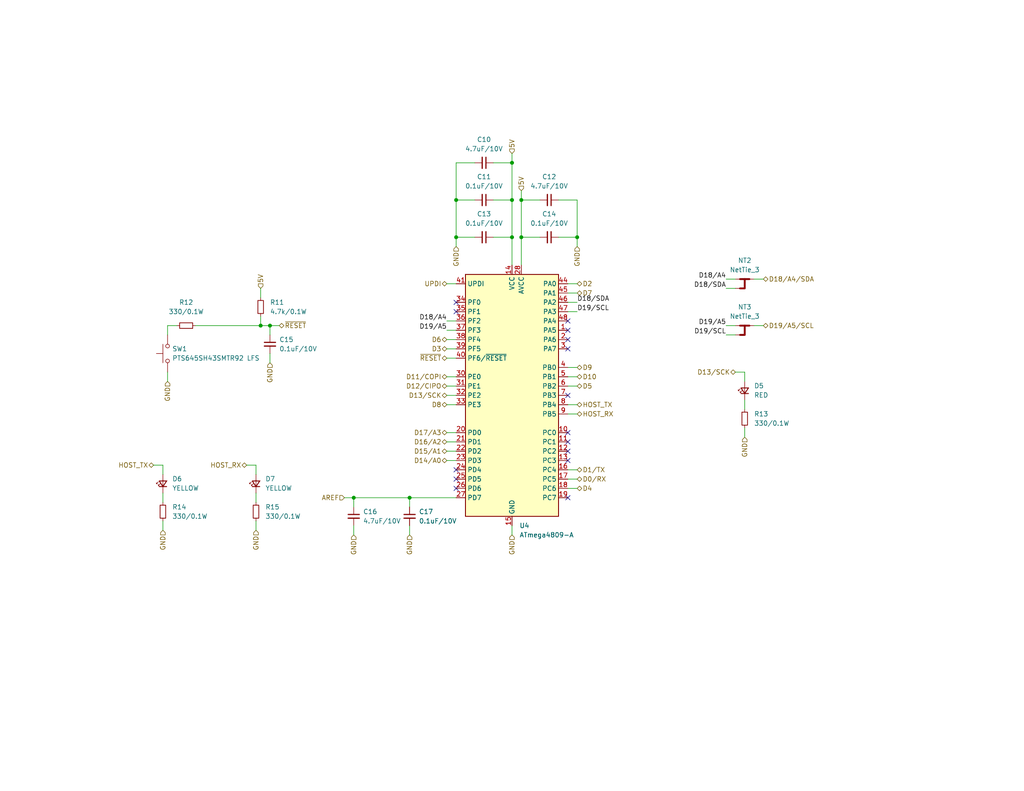
<source format=kicad_sch>
(kicad_sch (version 20211123) (generator eeschema)
  (paper "A")
  (title_block (title "https://github.com/apcountryman/pcb-main-nautilus-atmega4809") (rev "GIT_VERSION") (comment 1 "Derivative of the \"Arduino UNO Rev3\" (https://docs.arduino.cc/hardware/uno-rev3) and\\n\"Arduino Nano Every\" (https://docs.arduino.cc/hardware/nano-every) reference designs"))
  (lib_symbols
    (symbol "Device:C_Small" (pin_numbers hide) (pin_names (offset 0.254) hide)
      (property "Reference" "C" (at 0.254 1.778 0))
      (property "Value" "C_Small" (at 0.254 -2.032 0))
      (symbol "C_Small_0_1"
        (polyline (pts (xy -1.524 -0.508) (xy 1.524 -0.508)) (stroke (width 0.3302)))
        (polyline (pts (xy -1.524 0.508) (xy 1.524 0.508)) (stroke (width 0.3048)))
      )
      (symbol "C_Small_1_1"
        (pin passive line (at 0 2.54 270) (length 2.032) (name "~") (number "1"))
        (pin passive line (at 0 -2.54 90) (length 2.032) (name "~") (number "2"))
      )
    )
    (symbol "Device:LED_Small" (pin_numbers hide) (pin_names (offset 0.254) hide)
      (property "Reference" "D" (at -1.27 3.175 0))
      (property "Value" "LED_Small" (at -4.445 -2.54 0))
      (symbol "LED_Small_0_1"
        (polyline (pts (xy -0.762 -1.016) (xy -0.762 1.016)) (stroke (width 0.254)))
        (polyline (pts (xy 1.016 0) (xy -0.762 0)))
        (polyline (pts (xy 0.762 -1.016) (xy -0.762 0) (xy 0.762 1.016) (xy 0.762 -1.016)) (stroke (width 0.254)))
        (polyline (pts (xy 0 0.762) (xy -0.508 1.27) (xy -0.254 1.27) (xy -0.508 1.27) (xy -0.508 1.016)))
        (polyline (pts (xy 0.508 1.27) (xy 0 1.778) (xy 0.254 1.778) (xy 0 1.778) (xy 0 1.524)))
      )
      (symbol "LED_Small_1_1"
        (pin passive line (at -2.54 0 0) (length 1.778) (name "K") (number "1"))
        (pin passive line (at 2.54 0 180) (length 1.778) (name "A") (number "2"))
      )
    )
    (symbol "Device:NetTie_3" (pin_numbers hide) (pin_names (offset 0) hide)
      (property "Reference" "NT" (at 0 1.27 0))
      (property "Value" "NetTie_3" (at 0 -3.81 0))
      (symbol "NetTie_3_0_1"
        (polyline (pts (xy -1.27 0) (xy 1.27 0)) (stroke (width 0.508)))
        (polyline (pts (xy 0 0) (xy 0 -2.54) (xy -1.27 -2.54)) (stroke (width 0.508)))
      )
      (symbol "NetTie_3_1_1"
        (pin passive line (at -2.54 0 0) (length 2.54) (name "1") (number "1"))
        (pin passive line (at 2.54 0 180) (length 2.54) (name "2") (number "2"))
        (pin passive line (at -2.54 -2.54 0) (length 2.54) (name "3") (number "3"))
      )
    )
    (symbol "Device:R_Small" (pin_numbers hide) (pin_names (offset 0.254) hide)
      (property "Reference" "R" (at 0.762 0.508 0))
      (property "Value" "R_Small" (at 0.762 -1.016 0))
      (symbol "R_Small_0_1"
        (rectangle (start -0.762 1.778) (end 0.762 -1.778) (stroke (width 0.2032)))
      )
      (symbol "R_Small_1_1"
        (pin passive line (at 0 2.54 270) (length 0.762) (name "~") (number "1"))
        (pin passive line (at 0 -2.54 90) (length 0.762) (name "~") (number "2"))
      )
    )
    (symbol "MCU_Microchip_ATmega:ATmega4809-A"
      (property "Reference" "U" (at -12.7 34.29 0))
      (property "Value" "ATmega4809-A" (at 2.54 -34.29 0))
      (symbol "ATmega4809-A_0_1"
        (rectangle (start -12.7 -33.02) (end 12.7 33.02) (stroke (width 0.254)) (fill (type background)))
      )
      (symbol "ATmega4809-A_1_1"
        (pin bidirectional line (at 15.24 17.78 180) (length 2.54) (name "PA5") (number "1"))
        (pin bidirectional line (at 15.24 -10.16 180) (length 2.54) (name "PC0") (number "10"))
        (pin bidirectional line (at 15.24 -12.7 180) (length 2.54) (name "PC1") (number "11"))
        (pin bidirectional line (at 15.24 -15.24 180) (length 2.54) (name "PC2") (number "12"))
        (pin bidirectional line (at 15.24 -17.78 180) (length 2.54) (name "PC3") (number "13"))
        (pin power_in line (at 0 35.56 270) (length 2.54) (name "VCC") (number "14"))
        (pin power_in line (at 0 -35.56 90) (length 2.54) (name "GND") (number "15"))
        (pin bidirectional line (at 15.24 -20.32 180) (length 2.54) (name "PC4") (number "16"))
        (pin bidirectional line (at 15.24 -22.86 180) (length 2.54) (name "PC5") (number "17"))
        (pin bidirectional line (at 15.24 -25.4 180) (length 2.54) (name "PC6") (number "18"))
        (pin bidirectional line (at 15.24 -27.94 180) (length 2.54) (name "PC7") (number "19"))
        (pin bidirectional line (at 15.24 15.24 180) (length 2.54) (name "PA6") (number "2"))
        (pin bidirectional line (at -15.24 -10.16 0) (length 2.54) (name "PD0") (number "20"))
        (pin bidirectional line (at -15.24 -12.7 0) (length 2.54) (name "PD1") (number "21"))
        (pin bidirectional line (at -15.24 -15.24 0) (length 2.54) (name "PD2") (number "22"))
        (pin bidirectional line (at -15.24 -17.78 0) (length 2.54) (name "PD3") (number "23"))
        (pin bidirectional line (at -15.24 -20.32 0) (length 2.54) (name "PD4") (number "24"))
        (pin bidirectional line (at -15.24 -22.86 0) (length 2.54) (name "PD5") (number "25"))
        (pin bidirectional line (at -15.24 -25.4 0) (length 2.54) (name "PD6") (number "26"))
        (pin bidirectional line (at -15.24 -27.94 0) (length 2.54) (name "PD7") (number "27"))
        (pin power_in line (at 2.54 35.56 270) (length 2.54) (name "AVCC") (number "28"))
        (pin passive line (at 0 -35.56 90) (length 2.54) hide (name "GND") (number "29"))
        (pin bidirectional line (at 15.24 12.7 180) (length 2.54) (name "PA7") (number "3"))
        (pin bidirectional line (at -15.24 5.08 0) (length 2.54) (name "PE0") (number "30"))
        (pin bidirectional line (at -15.24 2.54 0) (length 2.54) (name "PE1") (number "31"))
        (pin bidirectional line (at -15.24 0 0) (length 2.54) (name "PE2") (number "32"))
        (pin bidirectional line (at -15.24 -2.54 0) (length 2.54) (name "PE3") (number "33"))
        (pin bidirectional line (at -15.24 25.4 0) (length 2.54) (name "PF0") (number "34"))
        (pin bidirectional line (at -15.24 22.86 0) (length 2.54) (name "PF1") (number "35"))
        (pin bidirectional line (at -15.24 20.32 0) (length 2.54) (name "PF2") (number "36"))
        (pin bidirectional line (at -15.24 17.78 0) (length 2.54) (name "PF3") (number "37"))
        (pin bidirectional line (at -15.24 15.24 0) (length 2.54) (name "PF4") (number "38"))
        (pin bidirectional line (at -15.24 12.7 0) (length 2.54) (name "PF5") (number "39"))
        (pin bidirectional line (at 15.24 7.62 180) (length 2.54) (name "PB0") (number "4"))
        (pin bidirectional line (at -15.24 10.16 0) (length 2.54) (name "PF6/~{RESET}") (number "40"))
        (pin bidirectional line (at -15.24 30.48 0) (length 2.54) (name "UPDI") (number "41"))
        (pin passive line (at 0 35.56 270) (length 2.54) hide (name "VCC") (number "42"))
        (pin passive line (at 0 -35.56 90) (length 2.54) hide (name "GND") (number "43"))
        (pin bidirectional line (at 15.24 30.48 180) (length 2.54) (name "PA0") (number "44"))
        (pin bidirectional line (at 15.24 27.94 180) (length 2.54) (name "PA1") (number "45"))
        (pin bidirectional line (at 15.24 25.4 180) (length 2.54) (name "PA2") (number "46"))
        (pin bidirectional line (at 15.24 22.86 180) (length 2.54) (name "PA3") (number "47"))
        (pin bidirectional line (at 15.24 20.32 180) (length 2.54) (name "PA4") (number "48"))
        (pin bidirectional line (at 15.24 5.08 180) (length 2.54) (name "PB1") (number "5"))
        (pin bidirectional line (at 15.24 2.54 180) (length 2.54) (name "PB2") (number "6"))
        (pin bidirectional line (at 15.24 0 180) (length 2.54) (name "PB3") (number "7"))
        (pin bidirectional line (at 15.24 -2.54 180) (length 2.54) (name "PB4") (number "8"))
        (pin bidirectional line (at 15.24 -5.08 180) (length 2.54) (name "PB5") (number "9"))
      )
    )
    (symbol "Switch:SW_Push" (pin_numbers hide) (pin_names (offset 1.016) hide)
      (property "Reference" "SW" (at 1.27 2.54 0))
      (property "Value" "SW_Push" (at 0 -1.524 0))
      (symbol "SW_Push_0_1"
        (circle (center -2.032 0) (radius 0.508))
        (polyline (pts (xy 0 1.27) (xy 0 3.048)))
        (polyline (pts (xy 2.54 1.27) (xy -2.54 1.27)))
        (circle (center 2.032 0) (radius 0.508))
        (pin passive line (at -5.08 0 0) (length 2.54) (name "1") (number "1"))
        (pin passive line (at 5.08 0 180) (length 2.54) (name "2") (number "2"))
      )
    )
  )
  (junction (at 124.46 54.61))
  (junction (at 142.24 64.77))
  (junction (at 73.66 88.9))
  (junction (at 71.12 88.9))
  (junction (at 139.7 64.77))
  (junction (at 142.24 54.61))
  (junction (at 157.48 64.77))
  (junction (at 139.7 54.61))
  (junction (at 124.46 64.77))
  (junction (at 139.7 44.45))
  (junction (at 96.52 135.89))
  (junction (at 111.76 135.89))
  (no_connect (at 154.94 87.63))
  (no_connect (at 154.94 90.17))
  (no_connect (at 154.94 92.71))
  (no_connect (at 154.94 95.25))
  (no_connect (at 124.46 82.55))
  (no_connect (at 124.46 85.09))
  (no_connect (at 154.94 107.95))
  (no_connect (at 154.94 118.11))
  (no_connect (at 154.94 120.65))
  (no_connect (at 154.94 123.19))
  (no_connect (at 154.94 125.73))
  (no_connect (at 154.94 135.89))
  (no_connect (at 124.46 133.35))
  (no_connect (at 124.46 128.27))
  (no_connect (at 124.46 130.81))
  (wire (pts (xy 121.92 110.49) (xy 124.46 110.49)))
  (wire (pts (xy 154.94 80.01) (xy 157.48 80.01)))
  (wire (pts (xy 154.94 77.47) (xy 157.48 77.47)))
  (wire (pts (xy 53.34 88.9) (xy 71.12 88.9)))
  (wire (pts (xy 121.92 90.17) (xy 124.46 90.17)))
  (wire (pts (xy 152.4 54.61) (xy 157.48 54.61)))
  (wire (pts (xy 48.26 88.9) (xy 45.72 88.9)))
  (wire (pts (xy 121.92 95.25) (xy 124.46 95.25)))
  (wire (pts (xy 93.98 135.89) (xy 96.52 135.89)))
  (wire (pts (xy 71.12 86.36) (xy 71.12 88.9)))
  (wire (pts (xy 152.4 64.77) (xy 157.48 64.77)))
  (wire (pts (xy 44.45 142.24) (xy 44.45 144.78)))
  (wire (pts (xy 142.24 54.61) (xy 142.24 64.77)))
  (wire (pts (xy 147.32 64.77) (xy 142.24 64.77)))
  (wire (pts (xy 154.94 102.87) (xy 157.48 102.87)))
  (wire (pts (xy 73.66 96.52) (xy 73.66 99.06)))
  (wire (pts (xy 154.94 133.35) (xy 157.48 133.35)))
  (wire (pts (xy 71.12 88.9) (xy 73.66 88.9)))
  (wire (pts (xy 198.12 78.74) (xy 200.66 78.74)))
  (wire (pts (xy 121.92 87.63) (xy 124.46 87.63)))
  (wire (pts (xy 73.66 88.9) (xy 73.66 91.44)))
  (wire (pts (xy 198.12 76.2) (xy 200.66 76.2)))
  (wire (pts (xy 111.76 135.89) (xy 111.76 138.43)))
  (wire (pts (xy 121.92 92.71) (xy 124.46 92.71)))
  (wire (pts (xy 205.74 76.2) (xy 208.28 76.2)))
  (wire (pts (xy 205.74 88.9) (xy 208.28 88.9)))
  (wire (pts (xy 147.32 54.61) (xy 142.24 54.61)))
  (wire (pts (xy 154.94 128.27) (xy 157.48 128.27)))
  (wire (pts (xy 154.94 100.33) (xy 157.48 100.33)))
  (wire (pts (xy 198.12 88.9) (xy 200.66 88.9)))
  (wire (pts (xy 124.46 44.45) (xy 124.46 54.61)))
  (wire (pts (xy 45.72 101.6) (xy 45.72 104.14)))
  (wire (pts (xy 139.7 64.77) (xy 139.7 72.39)))
  (wire (pts (xy 121.92 107.95) (xy 124.46 107.95)))
  (wire (pts (xy 96.52 138.43) (xy 96.52 135.89)))
  (wire (pts (xy 124.46 54.61) (xy 124.46 64.77)))
  (wire (pts (xy 129.54 44.45) (xy 124.46 44.45)))
  (wire (pts (xy 41.91 127) (xy 44.45 127)))
  (wire (pts (xy 121.92 105.41) (xy 124.46 105.41)))
  (wire (pts (xy 111.76 143.51) (xy 111.76 146.05)))
  (wire (pts (xy 154.94 105.41) (xy 157.48 105.41)))
  (wire (pts (xy 139.7 54.61) (xy 139.7 64.77)))
  (wire (pts (xy 71.12 78.74) (xy 71.12 81.28)))
  (wire (pts (xy 121.92 118.11) (xy 124.46 118.11)))
  (wire (pts (xy 69.85 134.62) (xy 69.85 137.16)))
  (wire (pts (xy 121.92 97.79) (xy 124.46 97.79)))
  (wire (pts (xy 154.94 110.49) (xy 157.48 110.49)))
  (wire (pts (xy 124.46 135.89) (xy 111.76 135.89)))
  (wire (pts (xy 44.45 127) (xy 44.45 129.54)))
  (wire (pts (xy 124.46 54.61) (xy 129.54 54.61)))
  (wire (pts (xy 134.62 54.61) (xy 139.7 54.61)))
  (wire (pts (xy 154.94 85.09) (xy 157.48 85.09)))
  (wire (pts (xy 45.72 88.9) (xy 45.72 91.44)))
  (wire (pts (xy 121.92 102.87) (xy 124.46 102.87)))
  (wire (pts (xy 200.66 101.6) (xy 203.2 101.6)))
  (wire (pts (xy 203.2 101.6) (xy 203.2 104.14)))
  (wire (pts (xy 121.92 77.47) (xy 124.46 77.47)))
  (wire (pts (xy 142.24 52.07) (xy 142.24 54.61)))
  (wire (pts (xy 142.24 64.77) (xy 142.24 72.39)))
  (wire (pts (xy 67.31 127) (xy 69.85 127)))
  (wire (pts (xy 154.94 130.81) (xy 157.48 130.81)))
  (wire (pts (xy 121.92 125.73) (xy 124.46 125.73)))
  (wire (pts (xy 73.66 88.9) (xy 76.2 88.9)))
  (wire (pts (xy 69.85 142.24) (xy 69.85 144.78)))
  (wire (pts (xy 96.52 143.51) (xy 96.52 146.05)))
  (wire (pts (xy 154.94 82.55) (xy 157.48 82.55)))
  (wire (pts (xy 139.7 41.91) (xy 139.7 44.45)))
  (wire (pts (xy 44.45 134.62) (xy 44.45 137.16)))
  (wire (pts (xy 121.92 120.65) (xy 124.46 120.65)))
  (wire (pts (xy 124.46 64.77) (xy 129.54 64.77)))
  (wire (pts (xy 154.94 113.03) (xy 157.48 113.03)))
  (wire (pts (xy 157.48 64.77) (xy 157.48 67.31)))
  (wire (pts (xy 203.2 116.84) (xy 203.2 119.38)))
  (wire (pts (xy 134.62 44.45) (xy 139.7 44.45)))
  (wire (pts (xy 157.48 54.61) (xy 157.48 64.77)))
  (wire (pts (xy 203.2 109.22) (xy 203.2 111.76)))
  (wire (pts (xy 139.7 143.51) (xy 139.7 146.05)))
  (wire (pts (xy 69.85 127) (xy 69.85 129.54)))
  (wire (pts (xy 198.12 91.44) (xy 200.66 91.44)))
  (wire (pts (xy 139.7 44.45) (xy 139.7 54.61)))
  (wire (pts (xy 134.62 64.77) (xy 139.7 64.77)))
  (wire (pts (xy 96.52 135.89) (xy 111.76 135.89)))
  (wire (pts (xy 121.92 123.19) (xy 124.46 123.19)))
  (wire (pts (xy 124.46 64.77) (xy 124.46 67.31)))
  (label "D19{slash}A5" (at 121.92 90.17 180))
  (label "D18{slash}SDA" (at 198.12 78.74 180))
  (label "D18{slash}A4" (at 121.92 87.63 180))
  (label "D19{slash}A5" (at 198.12 88.9 180))
  (label "D18{slash}SDA" (at 157.48 82.55 0))
  (label "D19{slash}SCL" (at 157.48 85.09 0))
  (label "D19{slash}SCL" (at 198.12 91.44 180))
  (label "D18{slash}A4" (at 198.12 76.2 180))
  (hierarchical_label "D7" (shape bidirectional) (at 157.48 80.01 0))
  (hierarchical_label "D2" (shape bidirectional) (at 157.48 77.47 0))
  (hierarchical_label "~{RESET}" (shape bidirectional) (at 121.92 97.79 180))
  (hierarchical_label "D14{slash}A0" (shape bidirectional) (at 121.92 125.73 180))
  (hierarchical_label "AREF" (shape input) (at 93.98 135.89 180))
  (hierarchical_label "D10" (shape bidirectional) (at 157.48 102.87 0))
  (hierarchical_label "5V" (shape input) (at 139.7 41.91 90))
  (hierarchical_label "D13{slash}SCK" (shape bidirectional) (at 121.92 107.95 180))
  (hierarchical_label "D11{slash}COPI" (shape bidirectional) (at 121.92 102.87 180))
  (hierarchical_label "GND" (shape input) (at 96.52 146.05 270))
  (hierarchical_label "D1{slash}TX" (shape bidirectional) (at 157.48 128.27 0))
  (hierarchical_label "HOST_TX" (shape bidirectional) (at 41.91 127 180))
  (hierarchical_label "GND" (shape input) (at 44.45 144.78 270))
  (hierarchical_label "GND" (shape input) (at 111.76 146.05 270))
  (hierarchical_label "HOST_RX" (shape bidirectional) (at 67.31 127 180))
  (hierarchical_label "D6" (shape bidirectional) (at 121.92 92.71 180))
  (hierarchical_label "D5" (shape bidirectional) (at 157.48 105.41 0))
  (hierarchical_label "GND" (shape input) (at 139.7 146.05 270))
  (hierarchical_label "D16{slash}A2" (shape bidirectional) (at 121.92 120.65 180))
  (hierarchical_label "D8" (shape bidirectional) (at 121.92 110.49 180))
  (hierarchical_label "D3" (shape bidirectional) (at 121.92 95.25 180))
  (hierarchical_label "UPDI" (shape bidirectional) (at 121.92 77.47 180))
  (hierarchical_label "D13{slash}SCK" (shape bidirectional) (at 200.66 101.6 180))
  (hierarchical_label "GND" (shape input) (at 73.66 99.06 270))
  (hierarchical_label "GND" (shape input) (at 69.85 144.78 270))
  (hierarchical_label "~{RESET}" (shape bidirectional) (at 76.2 88.9 0))
  (hierarchical_label "D18{slash}A4{slash}SDA" (shape bidirectional) (at 208.28 76.2 0))
  (hierarchical_label "D12{slash}CIPO" (shape bidirectional) (at 121.92 105.41 180))
  (hierarchical_label "D15{slash}A1" (shape bidirectional) (at 121.92 123.19 180))
  (hierarchical_label "HOST_RX" (shape bidirectional) (at 157.48 113.03 0))
  (hierarchical_label "GND" (shape input) (at 157.48 67.31 270))
  (hierarchical_label "D17{slash}A3" (shape bidirectional) (at 121.92 118.11 180))
  (hierarchical_label "D0{slash}RX" (shape bidirectional) (at 157.48 130.81 0))
  (hierarchical_label "GND" (shape input) (at 45.72 104.14 270))
  (hierarchical_label "D19{slash}A5{slash}SCL" (shape bidirectional) (at 208.28 88.9 0))
  (hierarchical_label "GND" (shape input) (at 124.46 67.31 270))
  (hierarchical_label "5V" (shape input) (at 71.12 78.74 90))
  (hierarchical_label "5V" (shape input) (at 142.24 52.07 90))
  (hierarchical_label "D9" (shape bidirectional) (at 157.48 100.33 0))
  (hierarchical_label "D4" (shape bidirectional) (at 157.48 133.35 0))
  (hierarchical_label "HOST_TX" (shape bidirectional) (at 157.48 110.49 0))
  (hierarchical_label "GND" (shape input) (at 203.2 119.38 270))
  (symbol (lib_id "Device:R_Small") (at 203.2 114.3 0) (unit 1)
    (property "Reference" "R13" (at 205.74 113.0299 0) (effects (justify left)))
    (property "Value" "330/0.1W" (at 205.74 115.5699 0) (effects (justify left)))
    (property "Footprint" "Resistor_SMD:R_0603_1608Metric_Pad0.98x0.95mm_HandSolder" (effects hide))
    (property "Datasheet" "https://industrial.panasonic.com/cdbs/www-data/pdf/RDA0000/AOA0000C304.pdf" (effects hide))
    (property "Manufacturer" "Panasonic Electronic Components" (effects hide))
    (property "Manufacturer Part Number" "ERJ-3EKF3300V" (effects hide))
    (property "Digi-Key" "https://www.digikey.com/en/products/detail/panasonic-electronic-components/ERJ-3EKF3300V/1746374" (effects hide))
    (property "Mouser" "https://www.mouser.com/ProductDetail/Panasonic/ERJ-3EKF3300V?qs=MVjVSMjNRMqskx0rzM4%2FYg%3D%3D" (effects hide))
  )
  (symbol (lib_id "MCU_Microchip_ATmega:ATmega4809-A") (at 139.7 107.95 0) (unit 1)
    (property "Reference" "U4" (at 141.7194 143.51 0) (effects (justify left)))
    (property "Value" "ATmega4809-A" (at 141.7194 146.05 0) (effects (justify left)))
    (property "Footprint" "Package_QFP:TQFP-48_7x7mm_P0.5mm" (effects hide))
    (property "Datasheet" "http://ww1.microchip.com/downloads/en/DeviceDoc/40002016A.pdf" (effects hide))
  )
  (symbol (lib_id "Device:C_Small") (at 111.76 140.97 0) (unit 1)
    (property "Reference" "C17" (at 114.3 139.7062 0) (effects (justify left)))
    (property "Value" "0.1uF/10V" (at 114.3 142.2462 0) (effects (justify left)))
    (property "Footprint" "Capacitor_SMD:C_0603_1608Metric_Pad1.08x0.95mm_HandSolder" (effects hide))
    (property "Datasheet" "https://connect.kemet.com:7667/gateway/IntelliData-ComponentDocumentation/1.0/download/datasheet/C0603C104M8RACTU" (effects hide))
    (property "Manufacturer" "KEMET" (effects hide))
    (property "Manufacturer Part Number" "C0603C104M8RAC" (effects hide))
    (property "Digi-Key" "https://www.digikey.com/en/products/detail/kemet/C0603C104M8RAC7867/2199783" (effects hide))
    (property "Mouser" "https://www.mouser.com/ProductDetail/KEMET/C0603C104M8RACTU?qs=t9q%2F2xDdjt%252BO6KYorkYlEw%3D%3D" (effects hide))
  )
  (symbol (lib_id "Device:C_Small") (at 149.86 64.77 270) (unit 1)
    (property "Reference" "C14" (at 149.8536 58.42 90))
    (property "Value" "0.1uF/10V" (at 149.8536 60.96 90))
    (property "Footprint" "Capacitor_SMD:C_0603_1608Metric_Pad1.08x0.95mm_HandSolder" (effects hide))
    (property "Datasheet" "https://connect.kemet.com:7667/gateway/IntelliData-ComponentDocumentation/1.0/download/datasheet/C0603C104M8RACTU" (effects hide))
    (property "Manufacturer" "KEMET" (effects hide))
    (property "Manufacturer Part Number" "C0603C104M8RAC" (effects hide))
    (property "Digi-Key" "https://www.digikey.com/en/products/detail/kemet/C0603C104M8RAC7867/2199783" (effects hide))
    (property "Mouser" "https://www.mouser.com/ProductDetail/KEMET/C0603C104M8RACTU?qs=t9q%2F2xDdjt%252BO6KYorkYlEw%3D%3D" (effects hide))
  )
  (symbol (lib_id "Device:C_Small") (at 132.08 64.77 270) (unit 1)
    (property "Reference" "C13" (at 132.0736 58.42 90))
    (property "Value" "0.1uF/10V" (at 132.0736 60.96 90))
    (property "Footprint" "Capacitor_SMD:C_0603_1608Metric_Pad1.08x0.95mm_HandSolder" (effects hide))
    (property "Datasheet" "https://connect.kemet.com:7667/gateway/IntelliData-ComponentDocumentation/1.0/download/datasheet/C0603C104M8RACTU" (effects hide))
    (property "Manufacturer" "KEMET" (effects hide))
    (property "Manufacturer Part Number" "C0603C104M8RAC" (effects hide))
    (property "Digi-Key" "https://www.digikey.com/en/products/detail/kemet/C0603C104M8RAC7867/2199783" (effects hide))
    (property "Mouser" "https://www.mouser.com/ProductDetail/KEMET/C0603C104M8RACTU?qs=t9q%2F2xDdjt%252BO6KYorkYlEw%3D%3D" (effects hide))
  )
  (symbol (lib_id "Device:R_Small") (at 50.8 88.9 90) (unit 1)
    (property "Reference" "R12" (at 50.8 82.55 90))
    (property "Value" "330/0.1W" (at 50.8 85.09 90))
    (property "Footprint" "Resistor_SMD:R_0603_1608Metric_Pad0.98x0.95mm_HandSolder" (effects hide))
    (property "Datasheet" "https://industrial.panasonic.com/cdbs/www-data/pdf/RDA0000/AOA0000C304.pdf" (effects hide))
    (property "Manufacturer" "Panasonic Electronic Components" (effects hide))
    (property "Manufacturer Part Number" "ERJ-3EKF3300V" (effects hide))
    (property "Digi-Key" "https://www.digikey.com/en/products/detail/panasonic-electronic-components/ERJ-3EKF3300V/1746374" (effects hide))
    (property "Mouser" "https://www.mouser.com/ProductDetail/Panasonic/ERJ-3EKF3300V?qs=MVjVSMjNRMqskx0rzM4%2FYg%3D%3D" (effects hide))
  )
  (symbol (lib_id "Device:C_Small") (at 96.52 140.97 0) (unit 1)
    (property "Reference" "C16" (at 99.06 139.7062 0) (effects (justify left)))
    (property "Value" "4.7uF/10V" (at 99.06 142.2462 0) (effects (justify left)))
    (property "Footprint" "Capacitor_SMD:C_0603_1608Metric_Pad1.08x0.95mm_HandSolder" (effects hide))
    (property "Datasheet" "https://connect.kemet.com:7667/gateway/IntelliData-ComponentDocumentation/1.0/download/datasheet/C0603C104M8RACTU" (effects hide))
    (property "Manufacturer" "KEMET" (effects hide))
    (property "Manufacturer Part Number" "C0603C475M8PAC" (effects hide))
    (property "Digi-Key" "https://www.digikey.com/en/products/detail/kemet/C0603C475M8PAC7867/2200892" (effects hide))
    (property "Mouser" "https://www.mouser.com/ProductDetail/KEMET/C0603C106M9PAC?qs=vnwGVgFuQibgQzzOtLArWQ%3D%3D" (effects hide))
  )
  (symbol (lib_id "Device:NetTie_3") (at 203.2 76.2 0) (unit 1) (in_bom no)
    (property "Reference" "NT2" (at 203.2 71.12 0))
    (property "Value" "NetTie_3" (at 203.2 73.66 0))
    (property "Footprint" "NetTie:NetTie-3_SMD_Pad0.5mm" (effects hide))
  )
  (symbol (lib_id "Device:C_Small") (at 73.66 93.98 0) (unit 1)
    (property "Reference" "C15" (at 76.2 92.7162 0) (effects (justify left)))
    (property "Value" "0.1uF/10V" (at 76.2 95.2562 0) (effects (justify left)))
    (property "Footprint" "Capacitor_SMD:C_0603_1608Metric_Pad1.08x0.95mm_HandSolder" (effects hide))
    (property "Datasheet" "https://connect.kemet.com:7667/gateway/IntelliData-ComponentDocumentation/1.0/download/datasheet/C0603C104M8RACTU" (effects hide))
    (property "Manufacturer" "KEMET" (effects hide))
    (property "Manufacturer Part Number" "C0603C104M8RAC" (effects hide))
    (property "Digi-Key" "https://www.digikey.com/en/products/detail/kemet/C0603C104M8RAC7867/2199783" (effects hide))
    (property "Mouser" "https://www.mouser.com/ProductDetail/KEMET/C0603C104M8RACTU?qs=t9q%2F2xDdjt%252BO6KYorkYlEw%3D%3D" (effects hide))
  )
  (symbol (lib_id "Device:LED_Small") (at 44.45 132.08 90) (unit 1)
    (property "Reference" "D6" (at 46.99 130.7464 90) (effects (justify right)))
    (property "Value" "YELLOW" (at 46.99 133.2864 90) (effects (justify right)))
    (property "Footprint" "LED_SMD:LED_0603_1608Metric_Pad1.05x0.95mm_HandSolder" (effects hide))
    (property "Datasheet" "https://optoelectronics.liteon.com/upload/download/DS-22-99-0189/LTST-C190KSKT.pdf" (effects hide))
    (property "Manufacturer" "Lite-On Inc." (effects hide))
    (property "Manufacturer Part Number" "LTST-C190KSKT" (effects hide))
    (property "Digi-Key" "https://www.digikey.com/en/products/detail/liteon/LTST-C190KSKT/386819" (effects hide))
    (property "Mouser" "https://www.mouser.com/ProductDetail/Lite-On/LTST-C190KSKT?qs=ebQBSvamkgydgzdxPGqIeg%3D%3D" (effects hide))
  )
  (symbol (lib_id "Device:R_Small") (at 44.45 139.7 0) (unit 1)
    (property "Reference" "R14" (at 46.99 138.4299 0) (effects (justify left)))
    (property "Value" "330/0.1W" (at 46.99 140.9699 0) (effects (justify left)))
    (property "Footprint" "Resistor_SMD:R_0603_1608Metric_Pad0.98x0.95mm_HandSolder" (effects hide))
    (property "Datasheet" "https://industrial.panasonic.com/cdbs/www-data/pdf/RDA0000/AOA0000C304.pdf" (effects hide))
    (property "Manufacturer" "Panasonic Electronic Components" (effects hide))
    (property "Manufacturer Part Number" "ERJ-3EKF3300V" (effects hide))
    (property "Digi-Key" "https://www.digikey.com/en/products/detail/panasonic-electronic-components/ERJ-3EKF3300V/1746374" (effects hide))
    (property "Mouser" "https://www.mouser.com/ProductDetail/Panasonic/ERJ-3EKF3300V?qs=MVjVSMjNRMqskx0rzM4%2FYg%3D%3D" (effects hide))
  )
  (symbol (lib_id "Device:NetTie_3") (at 203.2 88.9 0) (unit 1) (in_bom no)
    (property "Reference" "NT3" (at 203.2 83.82 0))
    (property "Value" "NetTie_3" (at 203.2 86.36 0))
    (property "Footprint" "NetTie:NetTie-3_SMD_Pad0.5mm" (effects hide))
  )
  (symbol (lib_id "Device:LED_Small") (at 203.2 106.68 90) (unit 1)
    (property "Reference" "D5" (at 205.74 105.3464 90) (effects (justify right)))
    (property "Value" "RED" (at 205.74 107.8864 90) (effects (justify right)))
    (property "Footprint" "LED_SMD:LED_0603_1608Metric_Pad1.05x0.95mm_HandSolder" (effects hide))
    (property "Datasheet" "https://optoelectronics.liteon.com/upload/download/DS-22-99-0151/LTST-C190KRKT.pdf" (effects hide))
    (property "Manufacturer" "Lite-On Inc." (effects hide))
    (property "Manufacturer Part Number" "LTST-C190KRKT" (effects hide))
    (property "Digi-Key" "https://www.digikey.com/en/products/detail/liteon/LTST-C190KRKT/386817" (effects hide))
    (property "Mouser" "https://www.mouser.com/ProductDetail/Lite-On/LTST-C190KRKT?qs=kAD5fFa1n5VY3YYNWPC1Fg%3D%3D" (effects hide))
  )
  (symbol (lib_id "Device:C_Small") (at 132.08 54.61 270) (unit 1)
    (property "Reference" "C11" (at 132.0736 48.26 90))
    (property "Value" "0.1uF/10V" (at 132.0736 50.8 90))
    (property "Footprint" "Capacitor_SMD:C_0603_1608Metric_Pad1.08x0.95mm_HandSolder" (effects hide))
    (property "Datasheet" "https://connect.kemet.com:7667/gateway/IntelliData-ComponentDocumentation/1.0/download/datasheet/C0603C104M8RACTU" (effects hide))
    (property "Manufacturer" "KEMET" (effects hide))
    (property "Manufacturer Part Number" "C0603C104M8RAC" (effects hide))
    (property "Digi-Key" "https://www.digikey.com/en/products/detail/kemet/C0603C104M8RAC7867/2199783" (effects hide))
    (property "Mouser" "https://www.mouser.com/ProductDetail/KEMET/C0603C104M8RACTU?qs=t9q%2F2xDdjt%252BO6KYorkYlEw%3D%3D" (effects hide))
  )
  (symbol (lib_id "Device:C_Small") (at 132.08 44.45 270) (unit 1)
    (property "Reference" "C10" (at 132.0736 38.1 90))
    (property "Value" "4.7uF/10V" (at 132.0736 40.64 90))
    (property "Footprint" "Capacitor_SMD:C_0603_1608Metric_Pad1.08x0.95mm_HandSolder" (effects hide))
    (property "Datasheet" "https://connect.kemet.com:7667/gateway/IntelliData-ComponentDocumentation/1.0/download/datasheet/C0603C104M8RACTU" (effects hide))
    (property "Manufacturer" "KEMET" (effects hide))
    (property "Manufacturer Part Number" "C0603C475M8PAC" (effects hide))
    (property "Digi-Key" "https://www.digikey.com/en/products/detail/kemet/C0603C475M8PAC7867/2200892" (effects hide))
    (property "Mouser" "https://www.mouser.com/ProductDetail/KEMET/C0603C106M9PAC?qs=vnwGVgFuQibgQzzOtLArWQ%3D%3D" (effects hide))
  )
  (symbol (lib_id "Device:R_Small") (at 69.85 139.7 0) (unit 1)
    (property "Reference" "R15" (at 72.39 138.4299 0) (effects (justify left)))
    (property "Value" "330/0.1W" (at 72.39 140.9699 0) (effects (justify left)))
    (property "Footprint" "Resistor_SMD:R_0603_1608Metric_Pad0.98x0.95mm_HandSolder" (effects hide))
    (property "Datasheet" "https://industrial.panasonic.com/cdbs/www-data/pdf/RDA0000/AOA0000C304.pdf" (effects hide))
    (property "Manufacturer" "Panasonic Electronic Components" (effects hide))
    (property "Manufacturer Part Number" "ERJ-3EKF3300V" (effects hide))
    (property "Digi-Key" "https://www.digikey.com/en/products/detail/panasonic-electronic-components/ERJ-3EKF3300V/1746374" (effects hide))
    (property "Mouser" "https://www.mouser.com/ProductDetail/Panasonic/ERJ-3EKF3300V?qs=MVjVSMjNRMqskx0rzM4%2FYg%3D%3D" (effects hide))
  )
  (symbol (lib_id "Device:LED_Small") (at 69.85 132.08 90) (unit 1)
    (property "Reference" "D7" (at 72.39 130.7464 90) (effects (justify right)))
    (property "Value" "YELLOW" (at 72.39 133.2864 90) (effects (justify right)))
    (property "Footprint" "LED_SMD:LED_0603_1608Metric_Pad1.05x0.95mm_HandSolder" (effects hide))
    (property "Datasheet" "https://optoelectronics.liteon.com/upload/download/DS-22-99-0189/LTST-C190KSKT.pdf" (effects hide))
    (property "Manufacturer" "Lite-On Inc." (effects hide))
    (property "Manufacturer Part Number" "LTST-C190KSKT" (effects hide))
    (property "Digi-Key" "https://www.digikey.com/en/products/detail/liteon/LTST-C190KSKT/386819" (effects hide))
    (property "Mouser" "https://www.mouser.com/ProductDetail/Lite-On/LTST-C190KSKT?qs=ebQBSvamkgydgzdxPGqIeg%3D%3D" (effects hide))
  )
  (symbol (lib_id "Device:C_Small") (at 149.86 54.61 270) (unit 1)
    (property "Reference" "C12" (at 149.8536 48.26 90))
    (property "Value" "4.7uF/10V" (at 149.8536 50.8 90))
    (property "Footprint" "Capacitor_SMD:C_0603_1608Metric_Pad1.08x0.95mm_HandSolder" (effects hide))
    (property "Datasheet" "https://connect.kemet.com:7667/gateway/IntelliData-ComponentDocumentation/1.0/download/datasheet/C0603C104M8RACTU" (effects hide))
    (property "Manufacturer" "KEMET" (effects hide))
    (property "Manufacturer Part Number" "C0603C475M8PAC" (effects hide))
    (property "Digi-Key" "https://www.digikey.com/en/products/detail/kemet/C0603C475M8PAC7867/2200892" (effects hide))
    (property "Mouser" "https://www.mouser.com/ProductDetail/KEMET/C0603C106M9PAC?qs=vnwGVgFuQibgQzzOtLArWQ%3D%3D" (effects hide))
  )
  (symbol (lib_id "Switch:SW_Push") (at 45.72 96.52 90) (unit 1)
    (property "Reference" "SW1" (at 46.99 95.2499 90) (effects (justify right)))
    (property "Value" "PTS645SH43SMTR92 LFS" (at 46.99 97.7899 90) (effects (justify right)))
    (property "Footprint" "Button_Switch_SMD:SW_Push_1P1T_NO_6x6mm_H9.5mm" (effects hide))
    (property "Datasheet" "https://www.ckswitches.com/media/1471/pts645.pdf" (effects hide))
    (property "Manufacturer" "C&K" (effects hide))
    (property "Manufacturer Part Number" "PTS645SH43SMTR92 LFS" (effects hide))
    (property "Digi-Key" "https://www.digikey.com/en/products/detail/c-k/PTS645SH43SMTR92-LFS/1145472" (effects hide))
    (property "Field7" "https://www.mouser.com/ProductDetail/CK/PTS645SH43SMTR92LFS?qs=QK%2FAlAnD7r5YX6Fwd%2FUbwQ%3D%3D" (effects hide))
  )
  (symbol (lib_id "Device:R_Small") (at 71.12 83.82 0) (unit 1)
    (property "Reference" "R11" (at 73.66 82.5499 0) (effects (justify left)))
    (property "Value" "4.7k/0.1W" (at 73.66 85.0899 0) (effects (justify left)))
    (property "Footprint" "Resistor_SMD:R_0603_1608Metric_Pad0.98x0.95mm_HandSolder" (effects hide))
    (property "Datasheet" "https://industrial.panasonic.com/cdbs/www-data/pdf/RDA0000/AOA0000C304.pdf" (effects hide))
    (property "Manufacturer" "Panasonic Electronic Components" (effects hide))
    (property "Manufacturer Part Number" "ERJ-3EKF4701V" (effects hide))
    (property "Digi-Key" "https://www.digikey.com/en/products/detail/panasonic-electronic-components/ERJ-3EKF4701V/1746419" (effects hide))
    (property "Mouser" "https://www.mouser.com/ProductDetail/Panasonic/ERJ-3EKF4701V?qs=MVjVSMjNRMouVvwnqrpO2w%3D%3D" (effects hide))
  )
)
</source>
